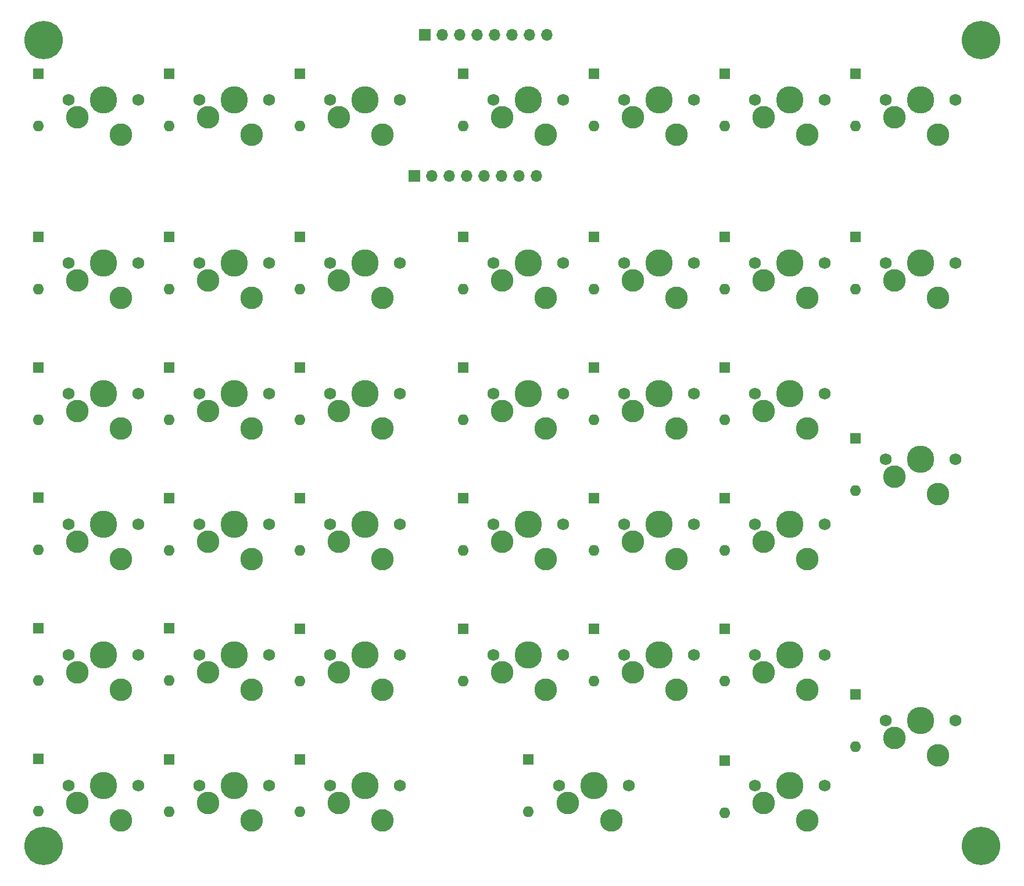
<source format=gbr>
%TF.GenerationSoftware,KiCad,Pcbnew,(6.0.9)*%
%TF.CreationDate,2022-12-06T20:12:41+01:00*%
%TF.ProjectId,tekskey-rounded-num,74656b73-6b65-4792-9d72-6f756e646564,rev?*%
%TF.SameCoordinates,Original*%
%TF.FileFunction,Soldermask,Bot*%
%TF.FilePolarity,Negative*%
%FSLAX46Y46*%
G04 Gerber Fmt 4.6, Leading zero omitted, Abs format (unit mm)*
G04 Created by KiCad (PCBNEW (6.0.9)) date 2022-12-06 20:12:41*
%MOMM*%
%LPD*%
G01*
G04 APERTURE LIST*
%ADD10C,3.987800*%
%ADD11C,1.750000*%
%ADD12C,3.300000*%
%ADD13R,1.600000X1.600000*%
%ADD14O,1.600000X1.600000*%
%ADD15C,5.600000*%
%ADD16R,1.700000X1.700000*%
%ADD17O,1.700000X1.700000*%
G04 APERTURE END LIST*
D10*
%TO.C,SW214*%
X179103750Y-74410000D03*
D11*
X184183750Y-74410000D03*
X174023750Y-74410000D03*
D12*
X175293750Y-76950000D03*
X181643750Y-79490000D03*
%TD*%
D13*
%TO.C,D211*%
X112428750Y-70600000D03*
D14*
X112428750Y-78220000D03*
%TD*%
D13*
%TO.C,D229*%
X50516250Y-127591250D03*
D14*
X50516250Y-135211250D03*
%TD*%
D11*
%TO.C,SW223*%
X74011250Y-112510000D03*
X84171250Y-112510000D03*
D10*
X79091250Y-112510000D03*
D12*
X75281250Y-115050000D03*
X81631250Y-117590000D03*
%TD*%
D13*
%TO.C,D209*%
X69566250Y-70600000D03*
D14*
X69566250Y-78220000D03*
%TD*%
D13*
%TO.C,D226*%
X131478750Y-108700000D03*
D14*
X131478750Y-116320000D03*
%TD*%
D11*
%TO.C,SW209*%
X84171250Y-74410000D03*
D10*
X79091250Y-74410000D03*
D11*
X74011250Y-74410000D03*
D12*
X75281250Y-76950000D03*
X81631250Y-79490000D03*
%TD*%
D10*
%TO.C,SW202*%
X79091250Y-50597500D03*
D11*
X74011250Y-50597500D03*
X84171250Y-50597500D03*
D12*
X75281250Y-53137500D03*
X81631250Y-55677500D03*
%TD*%
D11*
%TO.C,SW232*%
X116873750Y-131560000D03*
X127033750Y-131560000D03*
D10*
X121953750Y-131560000D03*
D12*
X118143750Y-134100000D03*
X124493750Y-136640000D03*
%TD*%
D13*
%TO.C,D217*%
X88616250Y-89650000D03*
D14*
X88616250Y-97270000D03*
%TD*%
D11*
%TO.C,SW218*%
X127033750Y-93460000D03*
D10*
X121953750Y-93460000D03*
D11*
X116873750Y-93460000D03*
D12*
X118143750Y-96000000D03*
X124493750Y-98540000D03*
%TD*%
D13*
%TO.C,D235*%
X169578750Y-137275000D03*
D14*
X169578750Y-144895000D03*
%TD*%
D13*
%TO.C,D232*%
X112428750Y-127750000D03*
D14*
X112428750Y-135370000D03*
%TD*%
D13*
%TO.C,D234*%
X150528750Y-127750000D03*
D14*
X150528750Y-135370000D03*
%TD*%
D13*
%TO.C,D221*%
X169578750Y-99968750D03*
D14*
X169578750Y-107588750D03*
%TD*%
D11*
%TO.C,SW215*%
X54961250Y-93460000D03*
D10*
X60041250Y-93460000D03*
D11*
X65121250Y-93460000D03*
D12*
X56231250Y-96000000D03*
X62581250Y-98540000D03*
%TD*%
D13*
%TO.C,D208*%
X50516250Y-70600000D03*
D14*
X50516250Y-78220000D03*
%TD*%
D11*
%TO.C,SW210*%
X93061250Y-74410000D03*
X103221250Y-74410000D03*
D10*
X98141250Y-74410000D03*
D12*
X94331250Y-76950000D03*
X100681250Y-79490000D03*
%TD*%
D10*
%TO.C,SW205*%
X141003750Y-50597500D03*
D11*
X135923750Y-50597500D03*
X146083750Y-50597500D03*
D12*
X137193750Y-53137500D03*
X143543750Y-55677500D03*
%TD*%
D13*
%TO.C,D231*%
X88616250Y-127750000D03*
D14*
X88616250Y-135370000D03*
%TD*%
D11*
%TO.C,SW216*%
X74011250Y-93460000D03*
X84171250Y-93460000D03*
D10*
X79091250Y-93460000D03*
D12*
X75281250Y-96000000D03*
X81631250Y-98540000D03*
%TD*%
D13*
%TO.C,D237*%
X69566250Y-146800000D03*
D14*
X69566250Y-154420000D03*
%TD*%
D15*
%TO.C,J203*%
X187835000Y-41866250D03*
%TD*%
D11*
%TO.C,SW231*%
X93061250Y-131560000D03*
X103221250Y-131560000D03*
D10*
X98141250Y-131560000D03*
D12*
X94331250Y-134100000D03*
X100681250Y-136640000D03*
%TD*%
D11*
%TO.C,SW211*%
X127033750Y-74410000D03*
X116873750Y-74410000D03*
D10*
X121953750Y-74410000D03*
D12*
X118143750Y-76950000D03*
X124493750Y-79490000D03*
%TD*%
D13*
%TO.C,D218*%
X112428750Y-89650000D03*
D14*
X112428750Y-97270000D03*
%TD*%
D11*
%TO.C,SW206*%
X154973750Y-50597500D03*
X165133750Y-50597500D03*
D10*
X160053750Y-50597500D03*
D12*
X156243750Y-53137500D03*
X162593750Y-55677500D03*
%TD*%
D11*
%TO.C,SW221*%
X174023750Y-102985000D03*
X184183750Y-102985000D03*
D10*
X179103750Y-102985000D03*
D12*
X175293750Y-105525000D03*
X181643750Y-108065000D03*
%TD*%
D11*
%TO.C,SW233*%
X146083750Y-131560000D03*
D10*
X141003750Y-131560000D03*
D11*
X135923750Y-131560000D03*
D12*
X137193750Y-134100000D03*
X143543750Y-136640000D03*
%TD*%
D11*
%TO.C,SW239*%
X126398750Y-150610000D03*
D10*
X131478750Y-150610000D03*
D11*
X136558750Y-150610000D03*
D12*
X127668750Y-153150000D03*
X134018750Y-155690000D03*
%TD*%
D11*
%TO.C,SW230*%
X74011250Y-131560000D03*
D10*
X79091250Y-131560000D03*
D11*
X84171250Y-131560000D03*
D12*
X75281250Y-134100000D03*
X81631250Y-136640000D03*
%TD*%
D16*
%TO.C,J202*%
X106872500Y-41072500D03*
D17*
X109412500Y-41072500D03*
X111952500Y-41072500D03*
X114492500Y-41072500D03*
X117032500Y-41072500D03*
X119572500Y-41072500D03*
X122112500Y-41072500D03*
X124652500Y-41072500D03*
%TD*%
D15*
%TO.C,J205*%
X51310000Y-41866250D03*
%TD*%
D13*
%TO.C,D225*%
X112428750Y-108700000D03*
D14*
X112428750Y-116320000D03*
%TD*%
D13*
%TO.C,D210*%
X88616250Y-70600000D03*
D14*
X88616250Y-78220000D03*
%TD*%
D13*
%TO.C,D236*%
X50516250Y-146641250D03*
D14*
X50516250Y-154261250D03*
%TD*%
D13*
%TO.C,D215*%
X50516250Y-89650000D03*
D14*
X50516250Y-97270000D03*
%TD*%
D13*
%TO.C,D241*%
X150528750Y-146958750D03*
D14*
X150528750Y-154578750D03*
%TD*%
D11*
%TO.C,SW207*%
X184183750Y-50597500D03*
X174023750Y-50597500D03*
D10*
X179103750Y-50597500D03*
D12*
X175293750Y-53137500D03*
X181643750Y-55677500D03*
%TD*%
D13*
%TO.C,D202*%
X69566250Y-46787500D03*
D14*
X69566250Y-54407500D03*
%TD*%
D13*
%TO.C,D201*%
X50516250Y-46787500D03*
D14*
X50516250Y-54407500D03*
%TD*%
D13*
%TO.C,D223*%
X69566250Y-108700000D03*
D14*
X69566250Y-116320000D03*
%TD*%
D13*
%TO.C,D212*%
X131478750Y-70600000D03*
D14*
X131478750Y-78220000D03*
%TD*%
D10*
%TO.C,SW204*%
X121953750Y-50597500D03*
D11*
X127033750Y-50597500D03*
X116873750Y-50597500D03*
D12*
X118143750Y-53137500D03*
X124493750Y-55677500D03*
%TD*%
D13*
%TO.C,D222*%
X50516250Y-108541250D03*
D14*
X50516250Y-116161250D03*
%TD*%
D11*
%TO.C,SW237*%
X84171250Y-150610000D03*
D10*
X79091250Y-150610000D03*
D11*
X74011250Y-150610000D03*
D12*
X75281250Y-153150000D03*
X81631250Y-155690000D03*
%TD*%
D11*
%TO.C,SW227*%
X154973750Y-112510000D03*
X165133750Y-112510000D03*
D10*
X160053750Y-112510000D03*
D12*
X156243750Y-115050000D03*
X162593750Y-117590000D03*
%TD*%
D13*
%TO.C,D216*%
X69566250Y-89650000D03*
D14*
X69566250Y-97270000D03*
%TD*%
D13*
%TO.C,D203*%
X88616250Y-46787500D03*
D14*
X88616250Y-54407500D03*
%TD*%
D10*
%TO.C,SW241*%
X160053750Y-150610000D03*
D11*
X165133750Y-150610000D03*
X154973750Y-150610000D03*
D12*
X156243750Y-153150000D03*
X162593750Y-155690000D03*
%TD*%
D13*
%TO.C,D239*%
X121953750Y-146800000D03*
D14*
X121953750Y-154420000D03*
%TD*%
D11*
%TO.C,SW213*%
X154973750Y-74410000D03*
X165133750Y-74410000D03*
D10*
X160053750Y-74410000D03*
D12*
X156243750Y-76950000D03*
X162593750Y-79490000D03*
%TD*%
D11*
%TO.C,SW201*%
X54961250Y-50597500D03*
X65121250Y-50597500D03*
D10*
X60041250Y-50597500D03*
D12*
X56231250Y-53137500D03*
X62581250Y-55677500D03*
%TD*%
D11*
%TO.C,SW203*%
X103221250Y-50597500D03*
X93061250Y-50597500D03*
D10*
X98141250Y-50597500D03*
D12*
X94331250Y-53137500D03*
X100681250Y-55677500D03*
%TD*%
D16*
%TO.C,J201*%
X105285000Y-61710000D03*
D17*
X107825000Y-61710000D03*
X110365000Y-61710000D03*
X112905000Y-61710000D03*
X115445000Y-61710000D03*
X117985000Y-61710000D03*
X120525000Y-61710000D03*
X123065000Y-61710000D03*
%TD*%
D13*
%TO.C,D214*%
X169578750Y-70600000D03*
D14*
X169578750Y-78220000D03*
%TD*%
D15*
%TO.C,J204*%
X187835000Y-159341250D03*
%TD*%
D13*
%TO.C,D233*%
X131478750Y-127750000D03*
D14*
X131478750Y-135370000D03*
%TD*%
D10*
%TO.C,SW217*%
X98141250Y-93460000D03*
D11*
X93061250Y-93460000D03*
X103221250Y-93460000D03*
D12*
X94331250Y-96000000D03*
X100681250Y-98540000D03*
%TD*%
D13*
%TO.C,D230*%
X69566250Y-127591250D03*
D14*
X69566250Y-135211250D03*
%TD*%
D13*
%TO.C,D219*%
X131478750Y-89650000D03*
D14*
X131478750Y-97270000D03*
%TD*%
D11*
%TO.C,SW224*%
X93061250Y-112510000D03*
X103221250Y-112510000D03*
D10*
X98141250Y-112510000D03*
D12*
X94331250Y-115050000D03*
X100681250Y-117590000D03*
%TD*%
D13*
%TO.C,D238*%
X88616250Y-146800000D03*
D14*
X88616250Y-154420000D03*
%TD*%
D11*
%TO.C,SW236*%
X65121250Y-150610000D03*
D10*
X60041250Y-150610000D03*
D11*
X54961250Y-150610000D03*
D12*
X56231250Y-153150000D03*
X62581250Y-155690000D03*
%TD*%
D10*
%TO.C,SW238*%
X98141250Y-150610000D03*
D11*
X93061250Y-150610000D03*
X103221250Y-150610000D03*
D12*
X94331250Y-153150000D03*
X100681250Y-155690000D03*
%TD*%
D15*
%TO.C,J206*%
X51310000Y-159341250D03*
%TD*%
D13*
%TO.C,D204*%
X112428750Y-46787500D03*
D14*
X112428750Y-54407500D03*
%TD*%
D11*
%TO.C,SW225*%
X116873750Y-112510000D03*
X127033750Y-112510000D03*
D10*
X121953750Y-112510000D03*
D12*
X118143750Y-115050000D03*
X124493750Y-117590000D03*
%TD*%
D13*
%TO.C,D207*%
X169578750Y-46787500D03*
D14*
X169578750Y-54407500D03*
%TD*%
D13*
%TO.C,D220*%
X150528750Y-89650000D03*
D14*
X150528750Y-97270000D03*
%TD*%
D13*
%TO.C,D206*%
X150528750Y-46787500D03*
D14*
X150528750Y-54407500D03*
%TD*%
D11*
%TO.C,SW222*%
X65121250Y-112510000D03*
D10*
X60041250Y-112510000D03*
D11*
X54961250Y-112510000D03*
D12*
X56231250Y-115050000D03*
X62581250Y-117590000D03*
%TD*%
D10*
%TO.C,SW220*%
X160053750Y-93460000D03*
D11*
X165133750Y-93460000D03*
X154973750Y-93460000D03*
D12*
X156243750Y-96000000D03*
X162593750Y-98540000D03*
%TD*%
D11*
%TO.C,SW229*%
X54961250Y-131560000D03*
D10*
X60041250Y-131560000D03*
D11*
X65121250Y-131560000D03*
D12*
X56231250Y-134100000D03*
X62581250Y-136640000D03*
%TD*%
D13*
%TO.C,D205*%
X131478750Y-46787500D03*
D14*
X131478750Y-54407500D03*
%TD*%
D13*
%TO.C,D224*%
X88616250Y-108700000D03*
D14*
X88616250Y-116320000D03*
%TD*%
D10*
%TO.C,SW235*%
X179103750Y-141085000D03*
D11*
X184183750Y-141085000D03*
X174023750Y-141085000D03*
D12*
X175293750Y-143625000D03*
X181643750Y-146165000D03*
%TD*%
D11*
%TO.C,SW212*%
X146083750Y-74410000D03*
X135923750Y-74410000D03*
D10*
X141003750Y-74410000D03*
D12*
X137193750Y-76950000D03*
X143543750Y-79490000D03*
%TD*%
D11*
%TO.C,SW208*%
X65121250Y-74410000D03*
D10*
X60041250Y-74410000D03*
D11*
X54961250Y-74410000D03*
D12*
X56231250Y-76950000D03*
X62581250Y-79490000D03*
%TD*%
D13*
%TO.C,D213*%
X150528750Y-70600000D03*
D14*
X150528750Y-78220000D03*
%TD*%
D11*
%TO.C,SW226*%
X135923750Y-112510000D03*
D10*
X141003750Y-112510000D03*
D11*
X146083750Y-112510000D03*
D12*
X137193750Y-115050000D03*
X143543750Y-117590000D03*
%TD*%
D13*
%TO.C,D227*%
X150528750Y-108700000D03*
D14*
X150528750Y-116320000D03*
%TD*%
D10*
%TO.C,SW219*%
X141003750Y-93460000D03*
D11*
X146083750Y-93460000D03*
X135923750Y-93460000D03*
D12*
X137193750Y-96000000D03*
X143543750Y-98540000D03*
%TD*%
D11*
%TO.C,SW234*%
X154973750Y-131560000D03*
D10*
X160053750Y-131560000D03*
D11*
X165133750Y-131560000D03*
D12*
X156243750Y-134100000D03*
X162593750Y-136640000D03*
%TD*%
M02*

</source>
